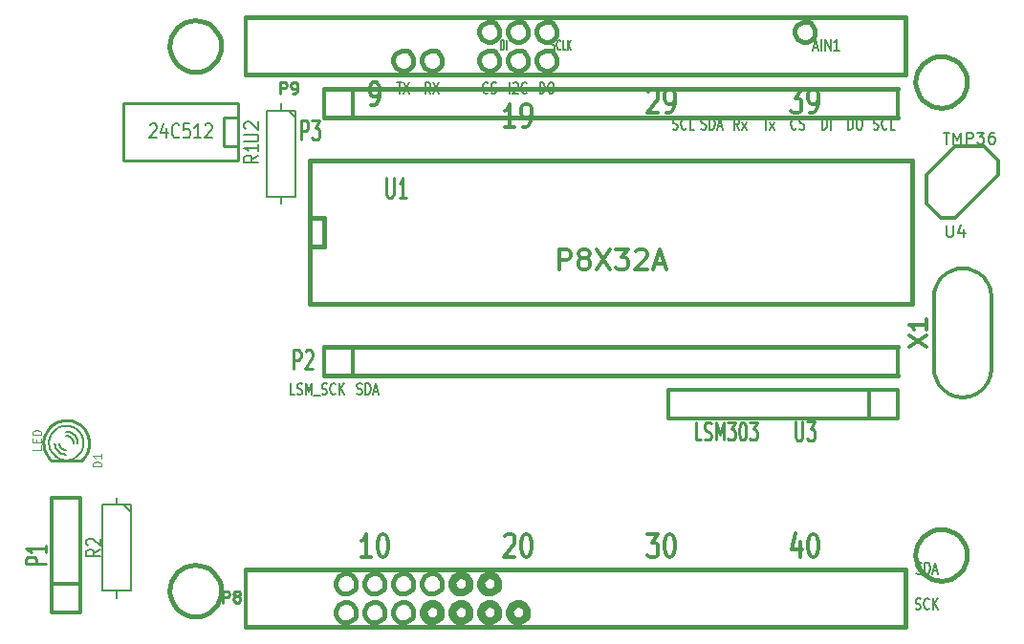
<source format=gto>
G04 (created by PCBNEW-RS274X (2011-05-25)-stable) date Sun 15 Sep 2013 09:34:25 PM EDT*
G01*
G70*
G90*
%MOIN*%
G04 Gerber Fmt 3.4, Leading zero omitted, Abs format*
%FSLAX34Y34*%
G04 APERTURE LIST*
%ADD10C,0.006000*%
%ADD11C,0.007500*%
%ADD12C,0.012000*%
%ADD13C,0.015000*%
%ADD14C,0.005000*%
%ADD15C,0.012500*%
%ADD16C,0.010000*%
%ADD17C,0.010700*%
%ADD18C,0.011300*%
%ADD19C,0.008000*%
%ADD20C,0.003500*%
G04 APERTURE END LIST*
G54D10*
G54D11*
X31386Y-33393D02*
X31429Y-33412D01*
X31500Y-33412D01*
X31529Y-33393D01*
X31543Y-33374D01*
X31558Y-33336D01*
X31558Y-33298D01*
X31543Y-33260D01*
X31529Y-33240D01*
X31500Y-33221D01*
X31443Y-33202D01*
X31415Y-33183D01*
X31400Y-33164D01*
X31386Y-33126D01*
X31386Y-33088D01*
X31400Y-33050D01*
X31415Y-33031D01*
X31443Y-33012D01*
X31515Y-33012D01*
X31558Y-33031D01*
X31686Y-33412D02*
X31686Y-33012D01*
X31758Y-33012D01*
X31801Y-33031D01*
X31829Y-33069D01*
X31844Y-33107D01*
X31858Y-33183D01*
X31858Y-33240D01*
X31844Y-33317D01*
X31829Y-33355D01*
X31801Y-33393D01*
X31758Y-33412D01*
X31686Y-33412D01*
X31972Y-33298D02*
X32115Y-33298D01*
X31944Y-33412D02*
X32044Y-33012D01*
X32144Y-33412D01*
X29221Y-33412D02*
X29078Y-33412D01*
X29078Y-33012D01*
X29307Y-33393D02*
X29350Y-33412D01*
X29421Y-33412D01*
X29450Y-33393D01*
X29464Y-33374D01*
X29479Y-33336D01*
X29479Y-33298D01*
X29464Y-33260D01*
X29450Y-33240D01*
X29421Y-33221D01*
X29364Y-33202D01*
X29336Y-33183D01*
X29321Y-33164D01*
X29307Y-33126D01*
X29307Y-33088D01*
X29321Y-33050D01*
X29336Y-33031D01*
X29364Y-33012D01*
X29436Y-33012D01*
X29479Y-33031D01*
X29607Y-33412D02*
X29607Y-33012D01*
X29707Y-33298D01*
X29807Y-33012D01*
X29807Y-33412D01*
X29879Y-33450D02*
X30108Y-33450D01*
X30165Y-33393D02*
X30208Y-33412D01*
X30279Y-33412D01*
X30308Y-33393D01*
X30322Y-33374D01*
X30337Y-33336D01*
X30337Y-33298D01*
X30322Y-33260D01*
X30308Y-33240D01*
X30279Y-33221D01*
X30222Y-33202D01*
X30194Y-33183D01*
X30179Y-33164D01*
X30165Y-33126D01*
X30165Y-33088D01*
X30179Y-33050D01*
X30194Y-33031D01*
X30222Y-33012D01*
X30294Y-33012D01*
X30337Y-33031D01*
X30637Y-33374D02*
X30623Y-33393D01*
X30580Y-33412D01*
X30551Y-33412D01*
X30508Y-33393D01*
X30480Y-33355D01*
X30465Y-33317D01*
X30451Y-33240D01*
X30451Y-33183D01*
X30465Y-33107D01*
X30480Y-33069D01*
X30508Y-33031D01*
X30551Y-33012D01*
X30580Y-33012D01*
X30623Y-33031D01*
X30637Y-33050D01*
X30765Y-33412D02*
X30765Y-33012D01*
X30937Y-33412D02*
X30808Y-33183D01*
X30937Y-33012D02*
X30765Y-33240D01*
X49393Y-24143D02*
X49436Y-24162D01*
X49507Y-24162D01*
X49536Y-24143D01*
X49550Y-24124D01*
X49565Y-24086D01*
X49565Y-24048D01*
X49550Y-24010D01*
X49536Y-23990D01*
X49507Y-23971D01*
X49450Y-23952D01*
X49422Y-23933D01*
X49407Y-23914D01*
X49393Y-23876D01*
X49393Y-23838D01*
X49407Y-23800D01*
X49422Y-23781D01*
X49450Y-23762D01*
X49522Y-23762D01*
X49565Y-23781D01*
X49865Y-24124D02*
X49851Y-24143D01*
X49808Y-24162D01*
X49779Y-24162D01*
X49736Y-24143D01*
X49708Y-24105D01*
X49693Y-24067D01*
X49679Y-23990D01*
X49679Y-23933D01*
X49693Y-23857D01*
X49708Y-23819D01*
X49736Y-23781D01*
X49779Y-23762D01*
X49808Y-23762D01*
X49851Y-23781D01*
X49865Y-23800D01*
X50136Y-24162D02*
X49993Y-24162D01*
X49993Y-23762D01*
X48514Y-24162D02*
X48514Y-23762D01*
X48586Y-23762D01*
X48629Y-23781D01*
X48657Y-23819D01*
X48672Y-23857D01*
X48686Y-23933D01*
X48686Y-23990D01*
X48672Y-24067D01*
X48657Y-24105D01*
X48629Y-24143D01*
X48586Y-24162D01*
X48514Y-24162D01*
X48872Y-23762D02*
X48929Y-23762D01*
X48957Y-23781D01*
X48986Y-23819D01*
X49000Y-23895D01*
X49000Y-24029D01*
X48986Y-24105D01*
X48957Y-24143D01*
X48929Y-24162D01*
X48872Y-24162D01*
X48843Y-24143D01*
X48814Y-24105D01*
X48800Y-24029D01*
X48800Y-23895D01*
X48814Y-23819D01*
X48843Y-23781D01*
X48872Y-23762D01*
X47600Y-24162D02*
X47600Y-23762D01*
X47672Y-23762D01*
X47715Y-23781D01*
X47743Y-23819D01*
X47758Y-23857D01*
X47772Y-23933D01*
X47772Y-23990D01*
X47758Y-24067D01*
X47743Y-24105D01*
X47715Y-24143D01*
X47672Y-24162D01*
X47600Y-24162D01*
X47900Y-24162D02*
X47900Y-23762D01*
X46700Y-24124D02*
X46686Y-24143D01*
X46643Y-24162D01*
X46614Y-24162D01*
X46571Y-24143D01*
X46543Y-24105D01*
X46528Y-24067D01*
X46514Y-23990D01*
X46514Y-23933D01*
X46528Y-23857D01*
X46543Y-23819D01*
X46571Y-23781D01*
X46614Y-23762D01*
X46643Y-23762D01*
X46686Y-23781D01*
X46700Y-23800D01*
X46814Y-24143D02*
X46857Y-24162D01*
X46928Y-24162D01*
X46957Y-24143D01*
X46971Y-24124D01*
X46986Y-24086D01*
X46986Y-24048D01*
X46971Y-24010D01*
X46957Y-23990D01*
X46928Y-23971D01*
X46871Y-23952D01*
X46843Y-23933D01*
X46828Y-23914D01*
X46814Y-23876D01*
X46814Y-23838D01*
X46828Y-23800D01*
X46843Y-23781D01*
X46871Y-23762D01*
X46943Y-23762D01*
X46986Y-23781D01*
X43386Y-24143D02*
X43429Y-24162D01*
X43500Y-24162D01*
X43529Y-24143D01*
X43543Y-24124D01*
X43558Y-24086D01*
X43558Y-24048D01*
X43543Y-24010D01*
X43529Y-23990D01*
X43500Y-23971D01*
X43443Y-23952D01*
X43415Y-23933D01*
X43400Y-23914D01*
X43386Y-23876D01*
X43386Y-23838D01*
X43400Y-23800D01*
X43415Y-23781D01*
X43443Y-23762D01*
X43515Y-23762D01*
X43558Y-23781D01*
X43686Y-24162D02*
X43686Y-23762D01*
X43758Y-23762D01*
X43801Y-23781D01*
X43829Y-23819D01*
X43844Y-23857D01*
X43858Y-23933D01*
X43858Y-23990D01*
X43844Y-24067D01*
X43829Y-24105D01*
X43801Y-24143D01*
X43758Y-24162D01*
X43686Y-24162D01*
X43972Y-24048D02*
X44115Y-24048D01*
X43944Y-24162D02*
X44044Y-23762D01*
X44144Y-24162D01*
X42393Y-24143D02*
X42436Y-24162D01*
X42507Y-24162D01*
X42536Y-24143D01*
X42550Y-24124D01*
X42565Y-24086D01*
X42565Y-24048D01*
X42550Y-24010D01*
X42536Y-23990D01*
X42507Y-23971D01*
X42450Y-23952D01*
X42422Y-23933D01*
X42407Y-23914D01*
X42393Y-23876D01*
X42393Y-23838D01*
X42407Y-23800D01*
X42422Y-23781D01*
X42450Y-23762D01*
X42522Y-23762D01*
X42565Y-23781D01*
X42865Y-24124D02*
X42851Y-24143D01*
X42808Y-24162D01*
X42779Y-24162D01*
X42736Y-24143D01*
X42708Y-24105D01*
X42693Y-24067D01*
X42679Y-23990D01*
X42679Y-23933D01*
X42693Y-23857D01*
X42708Y-23819D01*
X42736Y-23781D01*
X42779Y-23762D01*
X42808Y-23762D01*
X42851Y-23781D01*
X42865Y-23800D01*
X43136Y-24162D02*
X42993Y-24162D01*
X42993Y-23762D01*
X45543Y-23762D02*
X45714Y-23762D01*
X45628Y-24162D02*
X45628Y-23762D01*
X45786Y-24162D02*
X45943Y-23895D01*
X45786Y-23895D02*
X45943Y-24162D01*
X44722Y-24162D02*
X44622Y-23971D01*
X44550Y-24162D02*
X44550Y-23762D01*
X44665Y-23762D01*
X44693Y-23781D01*
X44708Y-23800D01*
X44722Y-23838D01*
X44722Y-23895D01*
X44708Y-23933D01*
X44693Y-23952D01*
X44665Y-23971D01*
X44550Y-23971D01*
X44822Y-24162D02*
X44979Y-23895D01*
X44822Y-23895D02*
X44979Y-24162D01*
G54D12*
X46515Y-22774D02*
X46886Y-22774D01*
X46686Y-23079D01*
X46772Y-23079D01*
X46829Y-23117D01*
X46858Y-23155D01*
X46886Y-23231D01*
X46886Y-23421D01*
X46858Y-23498D01*
X46829Y-23536D01*
X46772Y-23574D01*
X46600Y-23574D01*
X46543Y-23536D01*
X46515Y-23498D01*
X47171Y-23574D02*
X47286Y-23574D01*
X47343Y-23536D01*
X47371Y-23498D01*
X47429Y-23383D01*
X47457Y-23231D01*
X47457Y-22926D01*
X47429Y-22850D01*
X47400Y-22812D01*
X47343Y-22774D01*
X47229Y-22774D01*
X47171Y-22812D01*
X47143Y-22850D01*
X47114Y-22926D01*
X47114Y-23117D01*
X47143Y-23193D01*
X47171Y-23231D01*
X47229Y-23269D01*
X47343Y-23269D01*
X47400Y-23231D01*
X47429Y-23193D01*
X47457Y-23117D01*
X41543Y-22850D02*
X41572Y-22812D01*
X41629Y-22774D01*
X41772Y-22774D01*
X41829Y-22812D01*
X41858Y-22850D01*
X41886Y-22926D01*
X41886Y-23002D01*
X41858Y-23117D01*
X41515Y-23574D01*
X41886Y-23574D01*
X42171Y-23574D02*
X42286Y-23574D01*
X42343Y-23536D01*
X42371Y-23498D01*
X42429Y-23383D01*
X42457Y-23231D01*
X42457Y-22926D01*
X42429Y-22850D01*
X42400Y-22812D01*
X42343Y-22774D01*
X42229Y-22774D01*
X42171Y-22812D01*
X42143Y-22850D01*
X42114Y-22926D01*
X42114Y-23117D01*
X42143Y-23193D01*
X42171Y-23231D01*
X42229Y-23269D01*
X42343Y-23269D01*
X42400Y-23231D01*
X42429Y-23193D01*
X42457Y-23117D01*
X36886Y-24074D02*
X36543Y-24074D01*
X36715Y-24074D02*
X36715Y-23274D01*
X36658Y-23388D01*
X36600Y-23464D01*
X36543Y-23502D01*
X37171Y-24074D02*
X37286Y-24074D01*
X37343Y-24036D01*
X37371Y-23998D01*
X37429Y-23883D01*
X37457Y-23731D01*
X37457Y-23426D01*
X37429Y-23350D01*
X37400Y-23312D01*
X37343Y-23274D01*
X37229Y-23274D01*
X37171Y-23312D01*
X37143Y-23350D01*
X37114Y-23426D01*
X37114Y-23617D01*
X37143Y-23693D01*
X37171Y-23731D01*
X37229Y-23769D01*
X37343Y-23769D01*
X37400Y-23731D01*
X37429Y-23693D01*
X37457Y-23617D01*
X31886Y-23324D02*
X32001Y-23324D01*
X32058Y-23286D01*
X32086Y-23248D01*
X32144Y-23133D01*
X32172Y-22981D01*
X32172Y-22676D01*
X32144Y-22600D01*
X32115Y-22562D01*
X32058Y-22524D01*
X31944Y-22524D01*
X31886Y-22562D01*
X31858Y-22600D01*
X31829Y-22676D01*
X31829Y-22867D01*
X31858Y-22943D01*
X31886Y-22981D01*
X31944Y-23019D01*
X32058Y-23019D01*
X32115Y-22981D01*
X32144Y-22943D01*
X32172Y-22867D01*
G54D11*
X50886Y-39643D02*
X50929Y-39662D01*
X51000Y-39662D01*
X51029Y-39643D01*
X51043Y-39624D01*
X51058Y-39586D01*
X51058Y-39548D01*
X51043Y-39510D01*
X51029Y-39490D01*
X51000Y-39471D01*
X50943Y-39452D01*
X50915Y-39433D01*
X50900Y-39414D01*
X50886Y-39376D01*
X50886Y-39338D01*
X50900Y-39300D01*
X50915Y-39281D01*
X50943Y-39262D01*
X51015Y-39262D01*
X51058Y-39281D01*
X51186Y-39662D02*
X51186Y-39262D01*
X51258Y-39262D01*
X51301Y-39281D01*
X51329Y-39319D01*
X51344Y-39357D01*
X51358Y-39433D01*
X51358Y-39490D01*
X51344Y-39567D01*
X51329Y-39605D01*
X51301Y-39643D01*
X51258Y-39662D01*
X51186Y-39662D01*
X51472Y-39548D02*
X51615Y-39548D01*
X51444Y-39662D02*
X51544Y-39262D01*
X51644Y-39662D01*
X50864Y-40893D02*
X50907Y-40912D01*
X50978Y-40912D01*
X51007Y-40893D01*
X51021Y-40874D01*
X51036Y-40836D01*
X51036Y-40798D01*
X51021Y-40760D01*
X51007Y-40740D01*
X50978Y-40721D01*
X50921Y-40702D01*
X50893Y-40683D01*
X50878Y-40664D01*
X50864Y-40626D01*
X50864Y-40588D01*
X50878Y-40550D01*
X50893Y-40531D01*
X50921Y-40512D01*
X50993Y-40512D01*
X51036Y-40531D01*
X51336Y-40874D02*
X51322Y-40893D01*
X51279Y-40912D01*
X51250Y-40912D01*
X51207Y-40893D01*
X51179Y-40855D01*
X51164Y-40817D01*
X51150Y-40740D01*
X51150Y-40683D01*
X51164Y-40607D01*
X51179Y-40569D01*
X51207Y-40531D01*
X51250Y-40512D01*
X51279Y-40512D01*
X51322Y-40531D01*
X51336Y-40550D01*
X51464Y-40912D02*
X51464Y-40512D01*
X51636Y-40912D02*
X51507Y-40683D01*
X51636Y-40512D02*
X51464Y-40740D01*
G54D12*
X46829Y-38540D02*
X46829Y-39074D01*
X46686Y-38236D02*
X46543Y-38807D01*
X46915Y-38807D01*
X47257Y-38274D02*
X47314Y-38274D01*
X47371Y-38312D01*
X47400Y-38350D01*
X47429Y-38426D01*
X47457Y-38579D01*
X47457Y-38769D01*
X47429Y-38921D01*
X47400Y-38998D01*
X47371Y-39036D01*
X47314Y-39074D01*
X47257Y-39074D01*
X47200Y-39036D01*
X47171Y-38998D01*
X47143Y-38921D01*
X47114Y-38769D01*
X47114Y-38579D01*
X47143Y-38426D01*
X47171Y-38350D01*
X47200Y-38312D01*
X47257Y-38274D01*
X41515Y-38274D02*
X41886Y-38274D01*
X41686Y-38579D01*
X41772Y-38579D01*
X41829Y-38617D01*
X41858Y-38655D01*
X41886Y-38731D01*
X41886Y-38921D01*
X41858Y-38998D01*
X41829Y-39036D01*
X41772Y-39074D01*
X41600Y-39074D01*
X41543Y-39036D01*
X41515Y-38998D01*
X42257Y-38274D02*
X42314Y-38274D01*
X42371Y-38312D01*
X42400Y-38350D01*
X42429Y-38426D01*
X42457Y-38579D01*
X42457Y-38769D01*
X42429Y-38921D01*
X42400Y-38998D01*
X42371Y-39036D01*
X42314Y-39074D01*
X42257Y-39074D01*
X42200Y-39036D01*
X42171Y-38998D01*
X42143Y-38921D01*
X42114Y-38769D01*
X42114Y-38579D01*
X42143Y-38426D01*
X42171Y-38350D01*
X42200Y-38312D01*
X42257Y-38274D01*
X36543Y-38350D02*
X36572Y-38312D01*
X36629Y-38274D01*
X36772Y-38274D01*
X36829Y-38312D01*
X36858Y-38350D01*
X36886Y-38426D01*
X36886Y-38502D01*
X36858Y-38617D01*
X36515Y-39074D01*
X36886Y-39074D01*
X37257Y-38274D02*
X37314Y-38274D01*
X37371Y-38312D01*
X37400Y-38350D01*
X37429Y-38426D01*
X37457Y-38579D01*
X37457Y-38769D01*
X37429Y-38921D01*
X37400Y-38998D01*
X37371Y-39036D01*
X37314Y-39074D01*
X37257Y-39074D01*
X37200Y-39036D01*
X37171Y-38998D01*
X37143Y-38921D01*
X37114Y-38769D01*
X37114Y-38579D01*
X37143Y-38426D01*
X37171Y-38350D01*
X37200Y-38312D01*
X37257Y-38274D01*
X31886Y-39074D02*
X31543Y-39074D01*
X31715Y-39074D02*
X31715Y-38274D01*
X31658Y-38388D01*
X31600Y-38464D01*
X31543Y-38502D01*
X32257Y-38274D02*
X32314Y-38274D01*
X32371Y-38312D01*
X32400Y-38350D01*
X32429Y-38426D01*
X32457Y-38579D01*
X32457Y-38769D01*
X32429Y-38921D01*
X32400Y-38998D01*
X32371Y-39036D01*
X32314Y-39074D01*
X32257Y-39074D01*
X32200Y-39036D01*
X32171Y-38998D01*
X32143Y-38921D01*
X32114Y-38769D01*
X32114Y-38579D01*
X32143Y-38426D01*
X32171Y-38350D01*
X32200Y-38312D01*
X32257Y-38274D01*
G54D11*
X47307Y-21298D02*
X47450Y-21298D01*
X47279Y-21412D02*
X47379Y-21012D01*
X47479Y-21412D01*
X47578Y-21412D02*
X47578Y-21012D01*
X47721Y-21412D02*
X47721Y-21012D01*
X47893Y-21412D01*
X47893Y-21012D01*
X48193Y-21412D02*
X48021Y-21412D01*
X48107Y-21412D02*
X48107Y-21012D01*
X48078Y-21069D01*
X48050Y-21107D01*
X48021Y-21126D01*
G54D13*
X47353Y-20750D02*
X47346Y-20818D01*
X47326Y-20884D01*
X47294Y-20945D01*
X47250Y-20998D01*
X47197Y-21042D01*
X47136Y-21075D01*
X47070Y-21095D01*
X47002Y-21102D01*
X46934Y-21096D01*
X46868Y-21077D01*
X46807Y-21045D01*
X46754Y-21002D01*
X46709Y-20949D01*
X46676Y-20889D01*
X46655Y-20823D01*
X46648Y-20754D01*
X46653Y-20687D01*
X46672Y-20621D01*
X46704Y-20559D01*
X46747Y-20505D01*
X46799Y-20461D01*
X46859Y-20427D01*
X46925Y-20406D01*
X46993Y-20398D01*
X47061Y-20403D01*
X47127Y-20421D01*
X47189Y-20452D01*
X47243Y-20495D01*
X47288Y-20547D01*
X47322Y-20607D01*
X47344Y-20672D01*
X47352Y-20741D01*
X47353Y-20750D01*
X36353Y-20750D02*
X36346Y-20818D01*
X36326Y-20884D01*
X36294Y-20945D01*
X36250Y-20998D01*
X36197Y-21042D01*
X36136Y-21075D01*
X36070Y-21095D01*
X36002Y-21102D01*
X35934Y-21096D01*
X35868Y-21077D01*
X35807Y-21045D01*
X35754Y-21002D01*
X35709Y-20949D01*
X35676Y-20889D01*
X35655Y-20823D01*
X35648Y-20754D01*
X35653Y-20687D01*
X35672Y-20621D01*
X35704Y-20559D01*
X35747Y-20505D01*
X35799Y-20461D01*
X35859Y-20427D01*
X35925Y-20406D01*
X35993Y-20398D01*
X36061Y-20403D01*
X36127Y-20421D01*
X36189Y-20452D01*
X36243Y-20495D01*
X36288Y-20547D01*
X36322Y-20607D01*
X36344Y-20672D01*
X36352Y-20741D01*
X36353Y-20750D01*
X37353Y-20750D02*
X37346Y-20818D01*
X37326Y-20884D01*
X37294Y-20945D01*
X37250Y-20998D01*
X37197Y-21042D01*
X37136Y-21075D01*
X37070Y-21095D01*
X37002Y-21102D01*
X36934Y-21096D01*
X36868Y-21077D01*
X36807Y-21045D01*
X36754Y-21002D01*
X36709Y-20949D01*
X36676Y-20889D01*
X36655Y-20823D01*
X36648Y-20754D01*
X36653Y-20687D01*
X36672Y-20621D01*
X36704Y-20559D01*
X36747Y-20505D01*
X36799Y-20461D01*
X36859Y-20427D01*
X36925Y-20406D01*
X36993Y-20398D01*
X37061Y-20403D01*
X37127Y-20421D01*
X37189Y-20452D01*
X37243Y-20495D01*
X37288Y-20547D01*
X37322Y-20607D01*
X37344Y-20672D01*
X37352Y-20741D01*
X37353Y-20750D01*
X38353Y-21750D02*
X38346Y-21818D01*
X38326Y-21884D01*
X38294Y-21945D01*
X38250Y-21998D01*
X38197Y-22042D01*
X38136Y-22075D01*
X38070Y-22095D01*
X38002Y-22102D01*
X37934Y-22096D01*
X37868Y-22077D01*
X37807Y-22045D01*
X37754Y-22002D01*
X37709Y-21949D01*
X37676Y-21889D01*
X37655Y-21823D01*
X37648Y-21754D01*
X37653Y-21687D01*
X37672Y-21621D01*
X37704Y-21559D01*
X37747Y-21505D01*
X37799Y-21461D01*
X37859Y-21427D01*
X37925Y-21406D01*
X37993Y-21398D01*
X38061Y-21403D01*
X38127Y-21421D01*
X38189Y-21452D01*
X38243Y-21495D01*
X38288Y-21547D01*
X38322Y-21607D01*
X38344Y-21672D01*
X38352Y-21741D01*
X38353Y-21750D01*
X38353Y-20750D02*
X38346Y-20818D01*
X38326Y-20884D01*
X38294Y-20945D01*
X38250Y-20998D01*
X38197Y-21042D01*
X38136Y-21075D01*
X38070Y-21095D01*
X38002Y-21102D01*
X37934Y-21096D01*
X37868Y-21077D01*
X37807Y-21045D01*
X37754Y-21002D01*
X37709Y-20949D01*
X37676Y-20889D01*
X37655Y-20823D01*
X37648Y-20754D01*
X37653Y-20687D01*
X37672Y-20621D01*
X37704Y-20559D01*
X37747Y-20505D01*
X37799Y-20461D01*
X37859Y-20427D01*
X37925Y-20406D01*
X37993Y-20398D01*
X38061Y-20403D01*
X38127Y-20421D01*
X38189Y-20452D01*
X38243Y-20495D01*
X38288Y-20547D01*
X38322Y-20607D01*
X38344Y-20672D01*
X38352Y-20741D01*
X38353Y-20750D01*
X37353Y-21750D02*
X37346Y-21818D01*
X37326Y-21884D01*
X37294Y-21945D01*
X37250Y-21998D01*
X37197Y-22042D01*
X37136Y-22075D01*
X37070Y-22095D01*
X37002Y-22102D01*
X36934Y-22096D01*
X36868Y-22077D01*
X36807Y-22045D01*
X36754Y-22002D01*
X36709Y-21949D01*
X36676Y-21889D01*
X36655Y-21823D01*
X36648Y-21754D01*
X36653Y-21687D01*
X36672Y-21621D01*
X36704Y-21559D01*
X36747Y-21505D01*
X36799Y-21461D01*
X36859Y-21427D01*
X36925Y-21406D01*
X36993Y-21398D01*
X37061Y-21403D01*
X37127Y-21421D01*
X37189Y-21452D01*
X37243Y-21495D01*
X37288Y-21547D01*
X37322Y-21607D01*
X37344Y-21672D01*
X37352Y-21741D01*
X37353Y-21750D01*
X36353Y-21750D02*
X36346Y-21818D01*
X36326Y-21884D01*
X36294Y-21945D01*
X36250Y-21998D01*
X36197Y-22042D01*
X36136Y-22075D01*
X36070Y-22095D01*
X36002Y-22102D01*
X35934Y-22096D01*
X35868Y-22077D01*
X35807Y-22045D01*
X35754Y-22002D01*
X35709Y-21949D01*
X35676Y-21889D01*
X35655Y-21823D01*
X35648Y-21754D01*
X35653Y-21687D01*
X35672Y-21621D01*
X35704Y-21559D01*
X35747Y-21505D01*
X35799Y-21461D01*
X35859Y-21427D01*
X35925Y-21406D01*
X35993Y-21398D01*
X36061Y-21403D01*
X36127Y-21421D01*
X36189Y-21452D01*
X36243Y-21495D01*
X36288Y-21547D01*
X36322Y-21607D01*
X36344Y-21672D01*
X36352Y-21741D01*
X36353Y-21750D01*
X34353Y-21750D02*
X34346Y-21818D01*
X34326Y-21884D01*
X34294Y-21945D01*
X34250Y-21998D01*
X34197Y-22042D01*
X34136Y-22075D01*
X34070Y-22095D01*
X34002Y-22102D01*
X33934Y-22096D01*
X33868Y-22077D01*
X33807Y-22045D01*
X33754Y-22002D01*
X33709Y-21949D01*
X33676Y-21889D01*
X33655Y-21823D01*
X33648Y-21754D01*
X33653Y-21687D01*
X33672Y-21621D01*
X33704Y-21559D01*
X33747Y-21505D01*
X33799Y-21461D01*
X33859Y-21427D01*
X33925Y-21406D01*
X33993Y-21398D01*
X34061Y-21403D01*
X34127Y-21421D01*
X34189Y-21452D01*
X34243Y-21495D01*
X34288Y-21547D01*
X34322Y-21607D01*
X34344Y-21672D01*
X34352Y-21741D01*
X34353Y-21750D01*
X33353Y-21750D02*
X33346Y-21818D01*
X33326Y-21884D01*
X33294Y-21945D01*
X33250Y-21998D01*
X33197Y-22042D01*
X33136Y-22075D01*
X33070Y-22095D01*
X33002Y-22102D01*
X32934Y-22096D01*
X32868Y-22077D01*
X32807Y-22045D01*
X32754Y-22002D01*
X32709Y-21949D01*
X32676Y-21889D01*
X32655Y-21823D01*
X32648Y-21754D01*
X32653Y-21687D01*
X32672Y-21621D01*
X32704Y-21559D01*
X32747Y-21505D01*
X32799Y-21461D01*
X32859Y-21427D01*
X32925Y-21406D01*
X32993Y-21398D01*
X33061Y-21403D01*
X33127Y-21421D01*
X33189Y-21452D01*
X33243Y-21495D01*
X33288Y-21547D01*
X33322Y-21607D01*
X33344Y-21672D01*
X33352Y-21741D01*
X33353Y-21750D01*
X37353Y-41000D02*
X37346Y-41068D01*
X37326Y-41134D01*
X37294Y-41195D01*
X37250Y-41248D01*
X37197Y-41292D01*
X37136Y-41325D01*
X37070Y-41345D01*
X37002Y-41352D01*
X36934Y-41346D01*
X36868Y-41327D01*
X36807Y-41295D01*
X36754Y-41252D01*
X36709Y-41199D01*
X36676Y-41139D01*
X36655Y-41073D01*
X36648Y-41004D01*
X36653Y-40937D01*
X36672Y-40871D01*
X36704Y-40809D01*
X36747Y-40755D01*
X36799Y-40711D01*
X36859Y-40677D01*
X36925Y-40656D01*
X36993Y-40648D01*
X37061Y-40653D01*
X37127Y-40671D01*
X37189Y-40702D01*
X37243Y-40745D01*
X37288Y-40797D01*
X37322Y-40857D01*
X37344Y-40922D01*
X37352Y-40991D01*
X37353Y-41000D01*
X36353Y-41000D02*
X36346Y-41068D01*
X36326Y-41134D01*
X36294Y-41195D01*
X36250Y-41248D01*
X36197Y-41292D01*
X36136Y-41325D01*
X36070Y-41345D01*
X36002Y-41352D01*
X35934Y-41346D01*
X35868Y-41327D01*
X35807Y-41295D01*
X35754Y-41252D01*
X35709Y-41199D01*
X35676Y-41139D01*
X35655Y-41073D01*
X35648Y-41004D01*
X35653Y-40937D01*
X35672Y-40871D01*
X35704Y-40809D01*
X35747Y-40755D01*
X35799Y-40711D01*
X35859Y-40677D01*
X35925Y-40656D01*
X35993Y-40648D01*
X36061Y-40653D01*
X36127Y-40671D01*
X36189Y-40702D01*
X36243Y-40745D01*
X36288Y-40797D01*
X36322Y-40857D01*
X36344Y-40922D01*
X36352Y-40991D01*
X36353Y-41000D01*
X36353Y-40000D02*
X36346Y-40068D01*
X36326Y-40134D01*
X36294Y-40195D01*
X36250Y-40248D01*
X36197Y-40292D01*
X36136Y-40325D01*
X36070Y-40345D01*
X36002Y-40352D01*
X35934Y-40346D01*
X35868Y-40327D01*
X35807Y-40295D01*
X35754Y-40252D01*
X35709Y-40199D01*
X35676Y-40139D01*
X35655Y-40073D01*
X35648Y-40004D01*
X35653Y-39937D01*
X35672Y-39871D01*
X35704Y-39809D01*
X35747Y-39755D01*
X35799Y-39711D01*
X35859Y-39677D01*
X35925Y-39656D01*
X35993Y-39648D01*
X36061Y-39653D01*
X36127Y-39671D01*
X36189Y-39702D01*
X36243Y-39745D01*
X36288Y-39797D01*
X36322Y-39857D01*
X36344Y-39922D01*
X36352Y-39991D01*
X36353Y-40000D01*
X35353Y-41000D02*
X35346Y-41068D01*
X35326Y-41134D01*
X35294Y-41195D01*
X35250Y-41248D01*
X35197Y-41292D01*
X35136Y-41325D01*
X35070Y-41345D01*
X35002Y-41352D01*
X34934Y-41346D01*
X34868Y-41327D01*
X34807Y-41295D01*
X34754Y-41252D01*
X34709Y-41199D01*
X34676Y-41139D01*
X34655Y-41073D01*
X34648Y-41004D01*
X34653Y-40937D01*
X34672Y-40871D01*
X34704Y-40809D01*
X34747Y-40755D01*
X34799Y-40711D01*
X34859Y-40677D01*
X34925Y-40656D01*
X34993Y-40648D01*
X35061Y-40653D01*
X35127Y-40671D01*
X35189Y-40702D01*
X35243Y-40745D01*
X35288Y-40797D01*
X35322Y-40857D01*
X35344Y-40922D01*
X35352Y-40991D01*
X35353Y-41000D01*
X35353Y-40000D02*
X35346Y-40068D01*
X35326Y-40134D01*
X35294Y-40195D01*
X35250Y-40248D01*
X35197Y-40292D01*
X35136Y-40325D01*
X35070Y-40345D01*
X35002Y-40352D01*
X34934Y-40346D01*
X34868Y-40327D01*
X34807Y-40295D01*
X34754Y-40252D01*
X34709Y-40199D01*
X34676Y-40139D01*
X34655Y-40073D01*
X34648Y-40004D01*
X34653Y-39937D01*
X34672Y-39871D01*
X34704Y-39809D01*
X34747Y-39755D01*
X34799Y-39711D01*
X34859Y-39677D01*
X34925Y-39656D01*
X34993Y-39648D01*
X35061Y-39653D01*
X35127Y-39671D01*
X35189Y-39702D01*
X35243Y-39745D01*
X35288Y-39797D01*
X35322Y-39857D01*
X35344Y-39922D01*
X35352Y-39991D01*
X35353Y-40000D01*
X34353Y-41000D02*
X34346Y-41068D01*
X34326Y-41134D01*
X34294Y-41195D01*
X34250Y-41248D01*
X34197Y-41292D01*
X34136Y-41325D01*
X34070Y-41345D01*
X34002Y-41352D01*
X33934Y-41346D01*
X33868Y-41327D01*
X33807Y-41295D01*
X33754Y-41252D01*
X33709Y-41199D01*
X33676Y-41139D01*
X33655Y-41073D01*
X33648Y-41004D01*
X33653Y-40937D01*
X33672Y-40871D01*
X33704Y-40809D01*
X33747Y-40755D01*
X33799Y-40711D01*
X33859Y-40677D01*
X33925Y-40656D01*
X33993Y-40648D01*
X34061Y-40653D01*
X34127Y-40671D01*
X34189Y-40702D01*
X34243Y-40745D01*
X34288Y-40797D01*
X34322Y-40857D01*
X34344Y-40922D01*
X34352Y-40991D01*
X34353Y-41000D01*
X37250Y-41000D02*
X37245Y-41048D01*
X37231Y-41095D01*
X37208Y-41138D01*
X37177Y-41176D01*
X37139Y-41207D01*
X37096Y-41230D01*
X37050Y-41244D01*
X37001Y-41249D01*
X36954Y-41245D01*
X36907Y-41231D01*
X36864Y-41209D01*
X36826Y-41178D01*
X36794Y-41141D01*
X36771Y-41098D01*
X36756Y-41051D01*
X36751Y-41003D01*
X36755Y-40955D01*
X36768Y-40908D01*
X36790Y-40865D01*
X36821Y-40827D01*
X36858Y-40795D01*
X36900Y-40771D01*
X36947Y-40756D01*
X36995Y-40751D01*
X37043Y-40754D01*
X37090Y-40767D01*
X37133Y-40789D01*
X37172Y-40819D01*
X37204Y-40856D01*
X37228Y-40899D01*
X37243Y-40945D01*
X37249Y-40994D01*
X37250Y-41000D01*
X36250Y-41000D02*
X36245Y-41048D01*
X36231Y-41095D01*
X36208Y-41138D01*
X36177Y-41176D01*
X36139Y-41207D01*
X36096Y-41230D01*
X36050Y-41244D01*
X36001Y-41249D01*
X35954Y-41245D01*
X35907Y-41231D01*
X35864Y-41209D01*
X35826Y-41178D01*
X35794Y-41141D01*
X35771Y-41098D01*
X35756Y-41051D01*
X35751Y-41003D01*
X35755Y-40955D01*
X35768Y-40908D01*
X35790Y-40865D01*
X35821Y-40827D01*
X35858Y-40795D01*
X35900Y-40771D01*
X35947Y-40756D01*
X35995Y-40751D01*
X36043Y-40754D01*
X36090Y-40767D01*
X36133Y-40789D01*
X36172Y-40819D01*
X36204Y-40856D01*
X36228Y-40899D01*
X36243Y-40945D01*
X36249Y-40994D01*
X36250Y-41000D01*
X36250Y-40000D02*
X36245Y-40048D01*
X36231Y-40095D01*
X36208Y-40138D01*
X36177Y-40176D01*
X36139Y-40207D01*
X36096Y-40230D01*
X36050Y-40244D01*
X36001Y-40249D01*
X35954Y-40245D01*
X35907Y-40231D01*
X35864Y-40209D01*
X35826Y-40178D01*
X35794Y-40141D01*
X35771Y-40098D01*
X35756Y-40051D01*
X35751Y-40003D01*
X35755Y-39955D01*
X35768Y-39908D01*
X35790Y-39865D01*
X35821Y-39827D01*
X35858Y-39795D01*
X35900Y-39771D01*
X35947Y-39756D01*
X35995Y-39751D01*
X36043Y-39754D01*
X36090Y-39767D01*
X36133Y-39789D01*
X36172Y-39819D01*
X36204Y-39856D01*
X36228Y-39899D01*
X36243Y-39945D01*
X36249Y-39994D01*
X36250Y-40000D01*
X35250Y-41000D02*
X35245Y-41048D01*
X35231Y-41095D01*
X35208Y-41138D01*
X35177Y-41176D01*
X35139Y-41207D01*
X35096Y-41230D01*
X35050Y-41244D01*
X35001Y-41249D01*
X34954Y-41245D01*
X34907Y-41231D01*
X34864Y-41209D01*
X34826Y-41178D01*
X34794Y-41141D01*
X34771Y-41098D01*
X34756Y-41051D01*
X34751Y-41003D01*
X34755Y-40955D01*
X34768Y-40908D01*
X34790Y-40865D01*
X34821Y-40827D01*
X34858Y-40795D01*
X34900Y-40771D01*
X34947Y-40756D01*
X34995Y-40751D01*
X35043Y-40754D01*
X35090Y-40767D01*
X35133Y-40789D01*
X35172Y-40819D01*
X35204Y-40856D01*
X35228Y-40899D01*
X35243Y-40945D01*
X35249Y-40994D01*
X35250Y-41000D01*
X35250Y-40000D02*
X35245Y-40048D01*
X35231Y-40095D01*
X35208Y-40138D01*
X35177Y-40176D01*
X35139Y-40207D01*
X35096Y-40230D01*
X35050Y-40244D01*
X35001Y-40249D01*
X34954Y-40245D01*
X34907Y-40231D01*
X34864Y-40209D01*
X34826Y-40178D01*
X34794Y-40141D01*
X34771Y-40098D01*
X34756Y-40051D01*
X34751Y-40003D01*
X34755Y-39955D01*
X34768Y-39908D01*
X34790Y-39865D01*
X34821Y-39827D01*
X34858Y-39795D01*
X34900Y-39771D01*
X34947Y-39756D01*
X34995Y-39751D01*
X35043Y-39754D01*
X35090Y-39767D01*
X35133Y-39789D01*
X35172Y-39819D01*
X35204Y-39856D01*
X35228Y-39899D01*
X35243Y-39945D01*
X35249Y-39994D01*
X35250Y-40000D01*
X34250Y-41000D02*
X34245Y-41048D01*
X34231Y-41095D01*
X34208Y-41138D01*
X34177Y-41176D01*
X34139Y-41207D01*
X34096Y-41230D01*
X34050Y-41244D01*
X34001Y-41249D01*
X33954Y-41245D01*
X33907Y-41231D01*
X33864Y-41209D01*
X33826Y-41178D01*
X33794Y-41141D01*
X33771Y-41098D01*
X33756Y-41051D01*
X33751Y-41003D01*
X33755Y-40955D01*
X33768Y-40908D01*
X33790Y-40865D01*
X33821Y-40827D01*
X33858Y-40795D01*
X33900Y-40771D01*
X33947Y-40756D01*
X33995Y-40751D01*
X34043Y-40754D01*
X34090Y-40767D01*
X34133Y-40789D01*
X34172Y-40819D01*
X34204Y-40856D01*
X34228Y-40899D01*
X34243Y-40945D01*
X34249Y-40994D01*
X34250Y-41000D01*
X34353Y-40000D02*
X34346Y-40068D01*
X34326Y-40134D01*
X34294Y-40195D01*
X34250Y-40248D01*
X34197Y-40292D01*
X34136Y-40325D01*
X34070Y-40345D01*
X34002Y-40352D01*
X33934Y-40346D01*
X33868Y-40327D01*
X33807Y-40295D01*
X33754Y-40252D01*
X33709Y-40199D01*
X33676Y-40139D01*
X33655Y-40073D01*
X33648Y-40004D01*
X33653Y-39937D01*
X33672Y-39871D01*
X33704Y-39809D01*
X33747Y-39755D01*
X33799Y-39711D01*
X33859Y-39677D01*
X33925Y-39656D01*
X33993Y-39648D01*
X34061Y-39653D01*
X34127Y-39671D01*
X34189Y-39702D01*
X34243Y-39745D01*
X34288Y-39797D01*
X34322Y-39857D01*
X34344Y-39922D01*
X34352Y-39991D01*
X34353Y-40000D01*
X33353Y-41000D02*
X33346Y-41068D01*
X33326Y-41134D01*
X33294Y-41195D01*
X33250Y-41248D01*
X33197Y-41292D01*
X33136Y-41325D01*
X33070Y-41345D01*
X33002Y-41352D01*
X32934Y-41346D01*
X32868Y-41327D01*
X32807Y-41295D01*
X32754Y-41252D01*
X32709Y-41199D01*
X32676Y-41139D01*
X32655Y-41073D01*
X32648Y-41004D01*
X32653Y-40937D01*
X32672Y-40871D01*
X32704Y-40809D01*
X32747Y-40755D01*
X32799Y-40711D01*
X32859Y-40677D01*
X32925Y-40656D01*
X32993Y-40648D01*
X33061Y-40653D01*
X33127Y-40671D01*
X33189Y-40702D01*
X33243Y-40745D01*
X33288Y-40797D01*
X33322Y-40857D01*
X33344Y-40922D01*
X33352Y-40991D01*
X33353Y-41000D01*
X33353Y-40000D02*
X33346Y-40068D01*
X33326Y-40134D01*
X33294Y-40195D01*
X33250Y-40248D01*
X33197Y-40292D01*
X33136Y-40325D01*
X33070Y-40345D01*
X33002Y-40352D01*
X32934Y-40346D01*
X32868Y-40327D01*
X32807Y-40295D01*
X32754Y-40252D01*
X32709Y-40199D01*
X32676Y-40139D01*
X32655Y-40073D01*
X32648Y-40004D01*
X32653Y-39937D01*
X32672Y-39871D01*
X32704Y-39809D01*
X32747Y-39755D01*
X32799Y-39711D01*
X32859Y-39677D01*
X32925Y-39656D01*
X32993Y-39648D01*
X33061Y-39653D01*
X33127Y-39671D01*
X33189Y-39702D01*
X33243Y-39745D01*
X33288Y-39797D01*
X33322Y-39857D01*
X33344Y-39922D01*
X33352Y-39991D01*
X33353Y-40000D01*
X32353Y-41000D02*
X32346Y-41068D01*
X32326Y-41134D01*
X32294Y-41195D01*
X32250Y-41248D01*
X32197Y-41292D01*
X32136Y-41325D01*
X32070Y-41345D01*
X32002Y-41352D01*
X31934Y-41346D01*
X31868Y-41327D01*
X31807Y-41295D01*
X31754Y-41252D01*
X31709Y-41199D01*
X31676Y-41139D01*
X31655Y-41073D01*
X31648Y-41004D01*
X31653Y-40937D01*
X31672Y-40871D01*
X31704Y-40809D01*
X31747Y-40755D01*
X31799Y-40711D01*
X31859Y-40677D01*
X31925Y-40656D01*
X31993Y-40648D01*
X32061Y-40653D01*
X32127Y-40671D01*
X32189Y-40702D01*
X32243Y-40745D01*
X32288Y-40797D01*
X32322Y-40857D01*
X32344Y-40922D01*
X32352Y-40991D01*
X32353Y-41000D01*
X32353Y-40000D02*
X32346Y-40068D01*
X32326Y-40134D01*
X32294Y-40195D01*
X32250Y-40248D01*
X32197Y-40292D01*
X32136Y-40325D01*
X32070Y-40345D01*
X32002Y-40352D01*
X31934Y-40346D01*
X31868Y-40327D01*
X31807Y-40295D01*
X31754Y-40252D01*
X31709Y-40199D01*
X31676Y-40139D01*
X31655Y-40073D01*
X31648Y-40004D01*
X31653Y-39937D01*
X31672Y-39871D01*
X31704Y-39809D01*
X31747Y-39755D01*
X31799Y-39711D01*
X31859Y-39677D01*
X31925Y-39656D01*
X31993Y-39648D01*
X32061Y-39653D01*
X32127Y-39671D01*
X32189Y-39702D01*
X32243Y-39745D01*
X32288Y-39797D01*
X32322Y-39857D01*
X32344Y-39922D01*
X32352Y-39991D01*
X32353Y-40000D01*
X31353Y-41000D02*
X31346Y-41068D01*
X31326Y-41134D01*
X31294Y-41195D01*
X31250Y-41248D01*
X31197Y-41292D01*
X31136Y-41325D01*
X31070Y-41345D01*
X31002Y-41352D01*
X30934Y-41346D01*
X30868Y-41327D01*
X30807Y-41295D01*
X30754Y-41252D01*
X30709Y-41199D01*
X30676Y-41139D01*
X30655Y-41073D01*
X30648Y-41004D01*
X30653Y-40937D01*
X30672Y-40871D01*
X30704Y-40809D01*
X30747Y-40755D01*
X30799Y-40711D01*
X30859Y-40677D01*
X30925Y-40656D01*
X30993Y-40648D01*
X31061Y-40653D01*
X31127Y-40671D01*
X31189Y-40702D01*
X31243Y-40745D01*
X31288Y-40797D01*
X31322Y-40857D01*
X31344Y-40922D01*
X31352Y-40991D01*
X31353Y-41000D01*
X31353Y-40000D02*
X31346Y-40068D01*
X31326Y-40134D01*
X31294Y-40195D01*
X31250Y-40248D01*
X31197Y-40292D01*
X31136Y-40325D01*
X31070Y-40345D01*
X31002Y-40352D01*
X30934Y-40346D01*
X30868Y-40327D01*
X30807Y-40295D01*
X30754Y-40252D01*
X30709Y-40199D01*
X30676Y-40139D01*
X30655Y-40073D01*
X30648Y-40004D01*
X30653Y-39937D01*
X30672Y-39871D01*
X30704Y-39809D01*
X30747Y-39755D01*
X30799Y-39711D01*
X30859Y-39677D01*
X30925Y-39656D01*
X30993Y-39648D01*
X31061Y-39653D01*
X31127Y-39671D01*
X31189Y-39702D01*
X31243Y-39745D01*
X31288Y-39797D01*
X31322Y-39857D01*
X31344Y-39922D01*
X31352Y-39991D01*
X31353Y-40000D01*
G54D14*
X36401Y-21392D02*
X36401Y-21042D01*
X36448Y-21042D01*
X36477Y-21058D01*
X36496Y-21092D01*
X36505Y-21125D01*
X36515Y-21192D01*
X36515Y-21242D01*
X36505Y-21308D01*
X36496Y-21342D01*
X36477Y-21375D01*
X36448Y-21392D01*
X36401Y-21392D01*
X36601Y-21392D02*
X36601Y-21042D01*
G54D11*
X35950Y-22874D02*
X35936Y-22893D01*
X35893Y-22912D01*
X35864Y-22912D01*
X35821Y-22893D01*
X35793Y-22855D01*
X35778Y-22817D01*
X35764Y-22740D01*
X35764Y-22683D01*
X35778Y-22607D01*
X35793Y-22569D01*
X35821Y-22531D01*
X35864Y-22512D01*
X35893Y-22512D01*
X35936Y-22531D01*
X35950Y-22550D01*
X36064Y-22893D02*
X36107Y-22912D01*
X36178Y-22912D01*
X36207Y-22893D01*
X36221Y-22874D01*
X36236Y-22836D01*
X36236Y-22798D01*
X36221Y-22760D01*
X36207Y-22740D01*
X36178Y-22721D01*
X36121Y-22702D01*
X36093Y-22683D01*
X36078Y-22664D01*
X36064Y-22626D01*
X36064Y-22588D01*
X36078Y-22550D01*
X36093Y-22531D01*
X36121Y-22512D01*
X36193Y-22512D01*
X36236Y-22531D01*
X37764Y-22912D02*
X37764Y-22512D01*
X37836Y-22512D01*
X37879Y-22531D01*
X37907Y-22569D01*
X37922Y-22607D01*
X37936Y-22683D01*
X37936Y-22740D01*
X37922Y-22817D01*
X37907Y-22855D01*
X37879Y-22893D01*
X37836Y-22912D01*
X37764Y-22912D01*
X38122Y-22512D02*
X38179Y-22512D01*
X38207Y-22531D01*
X38236Y-22569D01*
X38250Y-22645D01*
X38250Y-22779D01*
X38236Y-22855D01*
X38207Y-22893D01*
X38179Y-22912D01*
X38122Y-22912D01*
X38093Y-22893D01*
X38064Y-22855D01*
X38050Y-22779D01*
X38050Y-22645D01*
X38064Y-22569D01*
X38093Y-22531D01*
X38122Y-22512D01*
G54D14*
X38162Y-21375D02*
X38191Y-21392D01*
X38238Y-21392D01*
X38257Y-21375D01*
X38267Y-21358D01*
X38276Y-21325D01*
X38276Y-21292D01*
X38267Y-21258D01*
X38257Y-21242D01*
X38238Y-21225D01*
X38200Y-21208D01*
X38181Y-21192D01*
X38172Y-21175D01*
X38162Y-21142D01*
X38162Y-21108D01*
X38172Y-21075D01*
X38181Y-21058D01*
X38200Y-21042D01*
X38248Y-21042D01*
X38276Y-21058D01*
X38476Y-21358D02*
X38466Y-21375D01*
X38438Y-21392D01*
X38419Y-21392D01*
X38390Y-21375D01*
X38371Y-21342D01*
X38362Y-21308D01*
X38352Y-21242D01*
X38352Y-21192D01*
X38362Y-21125D01*
X38371Y-21092D01*
X38390Y-21058D01*
X38419Y-21042D01*
X38438Y-21042D01*
X38466Y-21058D01*
X38476Y-21075D01*
X38657Y-21392D02*
X38562Y-21392D01*
X38562Y-21042D01*
X38724Y-21392D02*
X38724Y-21042D01*
X38838Y-21392D02*
X38752Y-21192D01*
X38838Y-21042D02*
X38724Y-21242D01*
G54D11*
X36707Y-22912D02*
X36707Y-22512D01*
X36836Y-22550D02*
X36850Y-22531D01*
X36879Y-22512D01*
X36950Y-22512D01*
X36979Y-22531D01*
X36993Y-22550D01*
X37008Y-22588D01*
X37008Y-22626D01*
X36993Y-22683D01*
X36822Y-22912D01*
X37008Y-22912D01*
X37308Y-22874D02*
X37294Y-22893D01*
X37251Y-22912D01*
X37222Y-22912D01*
X37179Y-22893D01*
X37151Y-22855D01*
X37136Y-22817D01*
X37122Y-22740D01*
X37122Y-22683D01*
X37136Y-22607D01*
X37151Y-22569D01*
X37179Y-22531D01*
X37222Y-22512D01*
X37251Y-22512D01*
X37294Y-22531D01*
X37308Y-22550D01*
X33950Y-22912D02*
X33850Y-22721D01*
X33778Y-22912D02*
X33778Y-22512D01*
X33893Y-22512D01*
X33921Y-22531D01*
X33936Y-22550D01*
X33950Y-22588D01*
X33950Y-22645D01*
X33936Y-22683D01*
X33921Y-22702D01*
X33893Y-22721D01*
X33778Y-22721D01*
X34050Y-22512D02*
X34250Y-22912D01*
X34250Y-22512D02*
X34050Y-22912D01*
X32772Y-22512D02*
X32943Y-22512D01*
X32857Y-22912D02*
X32857Y-22512D01*
X33015Y-22512D02*
X33215Y-22912D01*
X33215Y-22512D02*
X33015Y-22912D01*
G54D12*
X20750Y-41000D02*
X20750Y-41000D01*
X21750Y-41000D02*
X20750Y-41000D01*
X20750Y-41000D02*
X20750Y-41000D01*
X20750Y-41000D02*
X20750Y-37000D01*
X20750Y-37000D02*
X21750Y-37000D01*
X21750Y-37000D02*
X21750Y-41000D01*
X21750Y-40000D02*
X20750Y-40000D01*
G54D15*
X53500Y-32500D02*
X53500Y-30000D01*
X51500Y-32500D02*
X51500Y-30000D01*
X52500Y-29000D02*
X52413Y-29004D01*
X52327Y-29016D01*
X52242Y-29035D01*
X52158Y-29061D01*
X52078Y-29094D01*
X52001Y-29134D01*
X51927Y-29181D01*
X51858Y-29234D01*
X51793Y-29293D01*
X51734Y-29358D01*
X51681Y-29427D01*
X51634Y-29501D01*
X51594Y-29578D01*
X51561Y-29658D01*
X51535Y-29742D01*
X51516Y-29827D01*
X51504Y-29913D01*
X51500Y-30000D01*
X53500Y-30000D02*
X53496Y-29913D01*
X53484Y-29827D01*
X53465Y-29742D01*
X53439Y-29658D01*
X53406Y-29578D01*
X53366Y-29501D01*
X53319Y-29427D01*
X53266Y-29358D01*
X53207Y-29293D01*
X53142Y-29234D01*
X53073Y-29181D01*
X53000Y-29134D01*
X52922Y-29094D01*
X52842Y-29061D01*
X52758Y-29035D01*
X52673Y-29016D01*
X52587Y-29004D01*
X52500Y-29000D01*
X51500Y-32500D02*
X51504Y-32587D01*
X51516Y-32673D01*
X51535Y-32758D01*
X51561Y-32842D01*
X51594Y-32922D01*
X51634Y-32999D01*
X51681Y-33073D01*
X51734Y-33142D01*
X51793Y-33207D01*
X51858Y-33266D01*
X51927Y-33319D01*
X52001Y-33366D01*
X52078Y-33406D01*
X52158Y-33439D01*
X52242Y-33465D01*
X52327Y-33484D01*
X52413Y-33496D01*
X52500Y-33500D01*
X52500Y-33500D02*
X52587Y-33496D01*
X52673Y-33484D01*
X52758Y-33465D01*
X52842Y-33439D01*
X52922Y-33406D01*
X53000Y-33366D01*
X53073Y-33319D01*
X53142Y-33266D01*
X53207Y-33207D01*
X53266Y-33142D01*
X53319Y-33073D01*
X53366Y-32999D01*
X53406Y-32922D01*
X53439Y-32842D01*
X53465Y-32758D01*
X53484Y-32673D01*
X53496Y-32587D01*
X53500Y-32500D01*
G54D13*
X29750Y-27250D02*
X30250Y-27250D01*
X30250Y-27250D02*
X30250Y-28250D01*
X30250Y-28250D02*
X29750Y-28250D01*
X29750Y-25250D02*
X50750Y-25250D01*
X50750Y-25250D02*
X50750Y-30250D01*
X50750Y-30250D02*
X29750Y-30250D01*
X29750Y-30250D02*
X29750Y-25250D01*
G54D14*
X29000Y-23500D02*
X28250Y-23500D01*
X28250Y-23500D02*
X28250Y-26500D01*
X28250Y-26500D02*
X29250Y-26500D01*
X29250Y-26500D02*
X29250Y-23500D01*
X29250Y-23500D02*
X29000Y-23500D01*
X28750Y-23250D02*
X28750Y-23500D01*
X28750Y-26500D02*
X28750Y-26750D01*
X29000Y-23500D02*
X29250Y-23750D01*
G54D13*
X27500Y-39500D02*
X30500Y-39500D01*
X30500Y-39500D02*
X50500Y-39500D01*
X50500Y-39500D02*
X50500Y-41500D01*
X50500Y-41500D02*
X27500Y-41500D01*
G54D12*
X50500Y-41500D02*
X30500Y-41500D01*
X50500Y-39500D02*
X30500Y-39500D01*
X27500Y-39500D02*
X27500Y-41500D01*
G54D13*
X27500Y-20250D02*
X30500Y-20250D01*
X30500Y-20250D02*
X50500Y-20250D01*
X50500Y-20250D02*
X50500Y-22250D01*
X50500Y-22250D02*
X27500Y-22250D01*
G54D12*
X50500Y-22250D02*
X30500Y-22250D01*
X50500Y-20250D02*
X30500Y-20250D01*
X27500Y-20250D02*
X27500Y-22250D01*
G54D16*
X27250Y-24750D02*
X26750Y-24750D01*
X26750Y-24750D02*
X26750Y-23750D01*
X26750Y-23750D02*
X27250Y-23750D01*
X27250Y-25250D02*
X23250Y-25250D01*
X23250Y-25250D02*
X23250Y-23250D01*
X23250Y-23250D02*
X27250Y-23250D01*
X27250Y-23250D02*
X27250Y-25250D01*
G54D12*
X50250Y-34250D02*
X42250Y-34250D01*
X42250Y-34250D02*
X42250Y-33250D01*
X42250Y-33250D02*
X50250Y-33250D01*
X50250Y-33250D02*
X50250Y-34250D01*
X49250Y-33250D02*
X49250Y-34250D01*
G54D14*
X23250Y-37250D02*
X22500Y-37250D01*
X22500Y-37250D02*
X22500Y-40250D01*
X22500Y-40250D02*
X23500Y-40250D01*
X23500Y-40250D02*
X23500Y-37250D01*
X23500Y-37250D02*
X23250Y-37250D01*
X23000Y-37000D02*
X23000Y-37250D01*
X23000Y-40250D02*
X23000Y-40500D01*
X23250Y-37250D02*
X23500Y-37500D01*
G54D16*
X20750Y-35720D02*
X21750Y-35720D01*
G54D10*
X21634Y-34640D02*
X21592Y-34608D01*
X21548Y-34580D01*
X21501Y-34556D01*
X21453Y-34536D01*
X21403Y-34520D01*
X21352Y-34509D01*
X21300Y-34503D01*
X21250Y-34500D01*
X21250Y-34501D02*
X21198Y-34504D01*
X21146Y-34511D01*
X21095Y-34522D01*
X21046Y-34538D01*
X20997Y-34558D01*
X20951Y-34582D01*
X20907Y-34610D01*
X20865Y-34642D01*
X20853Y-34653D01*
X21250Y-35699D02*
X21302Y-35696D01*
X21354Y-35689D01*
X21405Y-35678D01*
X21454Y-35662D01*
X21503Y-35642D01*
X21549Y-35618D01*
X21593Y-35590D01*
X21635Y-35558D01*
X21639Y-35554D01*
X20866Y-35560D02*
X20908Y-35592D01*
X20952Y-35620D01*
X20999Y-35644D01*
X21047Y-35664D01*
X21097Y-35680D01*
X21148Y-35691D01*
X21200Y-35697D01*
X21250Y-35700D01*
X21599Y-35587D02*
X21640Y-35555D01*
X21678Y-35519D01*
X21713Y-35480D01*
X21745Y-35438D01*
X21772Y-35394D01*
X21796Y-35347D01*
X21815Y-35299D01*
X21831Y-35249D01*
X21841Y-35197D01*
X21848Y-35146D01*
X21850Y-35100D01*
X21850Y-35100D02*
X21847Y-35048D01*
X21840Y-34996D01*
X21829Y-34945D01*
X21813Y-34895D01*
X21793Y-34847D01*
X21769Y-34801D01*
X21741Y-34756D01*
X21709Y-34715D01*
X21674Y-34676D01*
X21635Y-34641D01*
X21610Y-34621D01*
X20651Y-35100D02*
X20654Y-35152D01*
X20661Y-35204D01*
X20672Y-35255D01*
X20688Y-35304D01*
X20708Y-35353D01*
X20732Y-35399D01*
X20760Y-35443D01*
X20792Y-35485D01*
X20827Y-35523D01*
X20865Y-35558D01*
X20883Y-35572D01*
X20882Y-34627D02*
X20842Y-34661D01*
X20805Y-34698D01*
X20772Y-34739D01*
X20742Y-34782D01*
X20716Y-34827D01*
X20695Y-34875D01*
X20677Y-34924D01*
X20664Y-34975D01*
X20655Y-35026D01*
X20651Y-35079D01*
X20650Y-35100D01*
X21500Y-35100D02*
X21499Y-35079D01*
X21496Y-35057D01*
X21491Y-35036D01*
X21484Y-35015D01*
X21476Y-34995D01*
X21466Y-34976D01*
X21454Y-34957D01*
X21441Y-34940D01*
X21426Y-34924D01*
X21410Y-34909D01*
X21393Y-34896D01*
X21375Y-34884D01*
X21355Y-34874D01*
X21335Y-34866D01*
X21314Y-34859D01*
X21293Y-34854D01*
X21271Y-34851D01*
X21250Y-34850D01*
X21650Y-35100D02*
X21648Y-35066D01*
X21643Y-35031D01*
X21636Y-34997D01*
X21625Y-34964D01*
X21612Y-34931D01*
X21596Y-34901D01*
X21577Y-34871D01*
X21556Y-34843D01*
X21532Y-34818D01*
X21507Y-34794D01*
X21479Y-34773D01*
X21450Y-34754D01*
X21419Y-34738D01*
X21386Y-34725D01*
X21353Y-34714D01*
X21319Y-34707D01*
X21284Y-34702D01*
X21250Y-34700D01*
X21000Y-35100D02*
X21001Y-35121D01*
X21004Y-35143D01*
X21009Y-35164D01*
X21016Y-35185D01*
X21024Y-35205D01*
X21034Y-35224D01*
X21046Y-35243D01*
X21059Y-35260D01*
X21074Y-35276D01*
X21090Y-35291D01*
X21107Y-35304D01*
X21126Y-35316D01*
X21145Y-35326D01*
X21165Y-35334D01*
X21186Y-35341D01*
X21207Y-35346D01*
X21229Y-35349D01*
X21250Y-35350D01*
X20850Y-35100D02*
X20852Y-35134D01*
X20857Y-35169D01*
X20864Y-35203D01*
X20875Y-35236D01*
X20888Y-35269D01*
X20904Y-35299D01*
X20923Y-35329D01*
X20944Y-35357D01*
X20968Y-35382D01*
X20993Y-35406D01*
X21021Y-35427D01*
X21051Y-35446D01*
X21081Y-35462D01*
X21114Y-35475D01*
X21147Y-35486D01*
X21181Y-35493D01*
X21216Y-35498D01*
X21250Y-35500D01*
G54D16*
X21763Y-35713D02*
X21814Y-35666D01*
X21861Y-35615D01*
X21904Y-35560D01*
X21942Y-35501D01*
X21974Y-35439D01*
X22001Y-35374D01*
X22022Y-35308D01*
X22037Y-35240D01*
X22046Y-35171D01*
X22049Y-35101D01*
X22050Y-35100D01*
X22049Y-35100D02*
X22045Y-35031D01*
X22036Y-34962D01*
X22021Y-34894D01*
X22000Y-34827D01*
X21974Y-34763D01*
X21941Y-34701D01*
X21904Y-34642D01*
X21862Y-34587D01*
X21814Y-34536D01*
X21763Y-34488D01*
X21708Y-34446D01*
X21649Y-34409D01*
X21626Y-34396D01*
X20453Y-35101D02*
X20456Y-35170D01*
X20465Y-35239D01*
X20480Y-35307D01*
X20501Y-35374D01*
X20528Y-35438D01*
X20560Y-35500D01*
X20598Y-35558D01*
X20640Y-35614D01*
X20687Y-35665D01*
X20735Y-35709D01*
X20853Y-34406D02*
X20794Y-34444D01*
X20738Y-34486D01*
X20687Y-34533D01*
X20639Y-34584D01*
X20597Y-34639D01*
X20559Y-34698D01*
X20527Y-34760D01*
X20500Y-34824D01*
X20478Y-34891D01*
X20463Y-34959D01*
X20454Y-35028D01*
X20451Y-35098D01*
X20450Y-35100D01*
X21629Y-34396D02*
X21566Y-34366D01*
X21501Y-34341D01*
X21434Y-34322D01*
X21365Y-34309D01*
X21296Y-34302D01*
X21250Y-34300D01*
X21250Y-34301D02*
X21181Y-34305D01*
X21112Y-34314D01*
X21044Y-34329D01*
X20977Y-34350D01*
X20913Y-34376D01*
X20851Y-34409D01*
X20832Y-34420D01*
G54D12*
X52250Y-27250D02*
X53750Y-25750D01*
X53750Y-25750D02*
X53750Y-25250D01*
X53750Y-25250D02*
X53250Y-24750D01*
X53250Y-24750D02*
X52250Y-24750D01*
X52250Y-24750D02*
X51250Y-25750D01*
X51250Y-25750D02*
X51250Y-26750D01*
X51250Y-26750D02*
X51750Y-27250D01*
X51750Y-27250D02*
X52250Y-27250D01*
G54D13*
X50250Y-32750D02*
X30250Y-32750D01*
X30250Y-31750D02*
X50250Y-31750D01*
G54D12*
X30250Y-32750D02*
X30250Y-31750D01*
X50250Y-31750D02*
X50250Y-32750D01*
X31250Y-31750D02*
X31250Y-32750D01*
G54D13*
X50250Y-23750D02*
X30250Y-23750D01*
X30250Y-22750D02*
X50250Y-22750D01*
G54D12*
X30250Y-23750D02*
X30250Y-22750D01*
X50250Y-22750D02*
X50250Y-23750D01*
X31250Y-22750D02*
X31250Y-23750D01*
G54D13*
X26650Y-40250D02*
X26632Y-40424D01*
X26582Y-40592D01*
X26499Y-40748D01*
X26388Y-40884D01*
X26253Y-40996D01*
X26098Y-41079D01*
X25930Y-41131D01*
X25756Y-41149D01*
X25582Y-41134D01*
X25413Y-41084D01*
X25258Y-41003D01*
X25121Y-40893D01*
X25008Y-40758D01*
X24923Y-40604D01*
X24870Y-40437D01*
X24851Y-40262D01*
X24865Y-40088D01*
X24914Y-39919D01*
X24994Y-39763D01*
X25103Y-39625D01*
X25237Y-39511D01*
X25390Y-39426D01*
X25557Y-39371D01*
X25732Y-39351D01*
X25906Y-39364D01*
X26075Y-39411D01*
X26232Y-39491D01*
X26370Y-39599D01*
X26485Y-39732D01*
X26572Y-39884D01*
X26627Y-40051D01*
X26649Y-40225D01*
X26650Y-40250D01*
X52650Y-39000D02*
X52632Y-39174D01*
X52582Y-39342D01*
X52499Y-39498D01*
X52388Y-39634D01*
X52253Y-39746D01*
X52098Y-39829D01*
X51930Y-39881D01*
X51756Y-39899D01*
X51582Y-39884D01*
X51413Y-39834D01*
X51258Y-39753D01*
X51121Y-39643D01*
X51008Y-39508D01*
X50923Y-39354D01*
X50870Y-39187D01*
X50851Y-39012D01*
X50865Y-38838D01*
X50914Y-38669D01*
X50994Y-38513D01*
X51103Y-38375D01*
X51237Y-38261D01*
X51390Y-38176D01*
X51557Y-38121D01*
X51732Y-38101D01*
X51906Y-38114D01*
X52075Y-38161D01*
X52232Y-38241D01*
X52370Y-38349D01*
X52485Y-38482D01*
X52572Y-38634D01*
X52627Y-38801D01*
X52649Y-38975D01*
X52650Y-39000D01*
X52650Y-22500D02*
X52632Y-22674D01*
X52582Y-22842D01*
X52499Y-22998D01*
X52388Y-23134D01*
X52253Y-23246D01*
X52098Y-23329D01*
X51930Y-23381D01*
X51756Y-23399D01*
X51582Y-23384D01*
X51413Y-23334D01*
X51258Y-23253D01*
X51121Y-23143D01*
X51008Y-23008D01*
X50923Y-22854D01*
X50870Y-22687D01*
X50851Y-22512D01*
X50865Y-22338D01*
X50914Y-22169D01*
X50994Y-22013D01*
X51103Y-21875D01*
X51237Y-21761D01*
X51390Y-21676D01*
X51557Y-21621D01*
X51732Y-21601D01*
X51906Y-21614D01*
X52075Y-21661D01*
X52232Y-21741D01*
X52370Y-21849D01*
X52485Y-21982D01*
X52572Y-22134D01*
X52627Y-22301D01*
X52649Y-22475D01*
X52650Y-22500D01*
X26650Y-21250D02*
X26632Y-21424D01*
X26582Y-21592D01*
X26499Y-21748D01*
X26388Y-21884D01*
X26253Y-21996D01*
X26098Y-22079D01*
X25930Y-22131D01*
X25756Y-22149D01*
X25582Y-22134D01*
X25413Y-22084D01*
X25258Y-22003D01*
X25121Y-21893D01*
X25008Y-21758D01*
X24923Y-21604D01*
X24870Y-21437D01*
X24851Y-21262D01*
X24865Y-21088D01*
X24914Y-20919D01*
X24994Y-20763D01*
X25103Y-20625D01*
X25237Y-20511D01*
X25390Y-20426D01*
X25557Y-20371D01*
X25732Y-20351D01*
X25906Y-20364D01*
X26075Y-20411D01*
X26232Y-20491D01*
X26370Y-20599D01*
X26485Y-20732D01*
X26572Y-20884D01*
X26627Y-21051D01*
X26649Y-21225D01*
X26650Y-21250D01*
G54D17*
X20526Y-39316D02*
X19843Y-39316D01*
X19843Y-39153D01*
X19875Y-39112D01*
X19908Y-39092D01*
X19973Y-39072D01*
X20071Y-39072D01*
X20136Y-39092D01*
X20168Y-39112D01*
X20201Y-39153D01*
X20201Y-39316D01*
X20526Y-38664D02*
X20526Y-38908D01*
X20526Y-38786D02*
X19843Y-38786D01*
X19941Y-38827D01*
X20006Y-38868D01*
X20038Y-38908D01*
G54D12*
X50643Y-31735D02*
X51243Y-31335D01*
X50643Y-31335D02*
X51243Y-31735D01*
X51243Y-30793D02*
X51243Y-31136D01*
X51243Y-30964D02*
X50643Y-30964D01*
X50729Y-31021D01*
X50786Y-31079D01*
X50814Y-31136D01*
G54D18*
X32407Y-25833D02*
X32407Y-26400D01*
X32429Y-26467D01*
X32450Y-26500D01*
X32493Y-26533D01*
X32579Y-26533D01*
X32621Y-26500D01*
X32643Y-26467D01*
X32664Y-26400D01*
X32664Y-25833D01*
X33114Y-26533D02*
X32857Y-26533D01*
X32985Y-26533D02*
X32985Y-25833D01*
X32942Y-25933D01*
X32900Y-26000D01*
X32857Y-26033D01*
G54D12*
X38433Y-29033D02*
X38433Y-28333D01*
X38699Y-28333D01*
X38766Y-28367D01*
X38799Y-28400D01*
X38833Y-28467D01*
X38833Y-28567D01*
X38799Y-28633D01*
X38766Y-28667D01*
X38699Y-28700D01*
X38433Y-28700D01*
X39233Y-28633D02*
X39166Y-28600D01*
X39133Y-28567D01*
X39099Y-28500D01*
X39099Y-28467D01*
X39133Y-28400D01*
X39166Y-28367D01*
X39233Y-28333D01*
X39366Y-28333D01*
X39433Y-28367D01*
X39466Y-28400D01*
X39499Y-28467D01*
X39499Y-28500D01*
X39466Y-28567D01*
X39433Y-28600D01*
X39366Y-28633D01*
X39233Y-28633D01*
X39166Y-28667D01*
X39133Y-28700D01*
X39099Y-28767D01*
X39099Y-28900D01*
X39133Y-28967D01*
X39166Y-29000D01*
X39233Y-29033D01*
X39366Y-29033D01*
X39433Y-29000D01*
X39466Y-28967D01*
X39499Y-28900D01*
X39499Y-28767D01*
X39466Y-28700D01*
X39433Y-28667D01*
X39366Y-28633D01*
X39733Y-28333D02*
X40200Y-29033D01*
X40200Y-28333D02*
X39733Y-29033D01*
X40400Y-28333D02*
X40833Y-28333D01*
X40600Y-28600D01*
X40700Y-28600D01*
X40767Y-28633D01*
X40800Y-28667D01*
X40833Y-28733D01*
X40833Y-28900D01*
X40800Y-28967D01*
X40767Y-29000D01*
X40700Y-29033D01*
X40500Y-29033D01*
X40433Y-29000D01*
X40400Y-28967D01*
X41100Y-28400D02*
X41134Y-28367D01*
X41200Y-28333D01*
X41367Y-28333D01*
X41434Y-28367D01*
X41467Y-28400D01*
X41500Y-28467D01*
X41500Y-28533D01*
X41467Y-28633D01*
X41067Y-29033D01*
X41500Y-29033D01*
X41767Y-28833D02*
X42101Y-28833D01*
X41701Y-29033D02*
X41934Y-28333D01*
X42167Y-29033D01*
G54D10*
X27952Y-25066D02*
X27714Y-25200D01*
X27952Y-25295D02*
X27452Y-25295D01*
X27452Y-25142D01*
X27476Y-25104D01*
X27500Y-25085D01*
X27548Y-25066D01*
X27619Y-25066D01*
X27667Y-25085D01*
X27690Y-25104D01*
X27714Y-25142D01*
X27714Y-25295D01*
X27952Y-24685D02*
X27952Y-24914D01*
X27952Y-24800D02*
X27452Y-24800D01*
X27524Y-24838D01*
X27571Y-24876D01*
X27595Y-24914D01*
G54D16*
X26705Y-40662D02*
X26705Y-40262D01*
X26858Y-40262D01*
X26896Y-40281D01*
X26915Y-40300D01*
X26934Y-40338D01*
X26934Y-40395D01*
X26915Y-40433D01*
X26896Y-40452D01*
X26858Y-40471D01*
X26705Y-40471D01*
X27162Y-40433D02*
X27124Y-40414D01*
X27105Y-40395D01*
X27086Y-40357D01*
X27086Y-40338D01*
X27105Y-40300D01*
X27124Y-40281D01*
X27162Y-40262D01*
X27239Y-40262D01*
X27277Y-40281D01*
X27296Y-40300D01*
X27315Y-40338D01*
X27315Y-40357D01*
X27296Y-40395D01*
X27277Y-40414D01*
X27239Y-40433D01*
X27162Y-40433D01*
X27124Y-40452D01*
X27105Y-40471D01*
X27086Y-40510D01*
X27086Y-40586D01*
X27105Y-40624D01*
X27124Y-40643D01*
X27162Y-40662D01*
X27239Y-40662D01*
X27277Y-40643D01*
X27296Y-40624D01*
X27315Y-40586D01*
X27315Y-40510D01*
X27296Y-40471D01*
X27277Y-40452D01*
X27239Y-40433D01*
X28705Y-22912D02*
X28705Y-22512D01*
X28858Y-22512D01*
X28896Y-22531D01*
X28915Y-22550D01*
X28934Y-22588D01*
X28934Y-22645D01*
X28915Y-22683D01*
X28896Y-22702D01*
X28858Y-22721D01*
X28705Y-22721D01*
X29124Y-22912D02*
X29200Y-22912D01*
X29239Y-22893D01*
X29258Y-22874D01*
X29296Y-22817D01*
X29315Y-22740D01*
X29315Y-22588D01*
X29296Y-22550D01*
X29277Y-22531D01*
X29239Y-22512D01*
X29162Y-22512D01*
X29124Y-22531D01*
X29105Y-22550D01*
X29086Y-22588D01*
X29086Y-22683D01*
X29105Y-22721D01*
X29124Y-22740D01*
X29162Y-22760D01*
X29239Y-22760D01*
X29277Y-22740D01*
X29296Y-22721D01*
X29315Y-22683D01*
G54D19*
X27452Y-24593D02*
X27857Y-24593D01*
X27905Y-24571D01*
X27929Y-24550D01*
X27952Y-24507D01*
X27952Y-24421D01*
X27929Y-24379D01*
X27905Y-24357D01*
X27857Y-24336D01*
X27452Y-24336D01*
X27500Y-24143D02*
X27476Y-24122D01*
X27452Y-24079D01*
X27452Y-23972D01*
X27476Y-23929D01*
X27500Y-23908D01*
X27548Y-23886D01*
X27595Y-23886D01*
X27667Y-23908D01*
X27952Y-24165D01*
X27952Y-23886D01*
X24174Y-24000D02*
X24193Y-23976D01*
X24231Y-23952D01*
X24327Y-23952D01*
X24365Y-23976D01*
X24384Y-24000D01*
X24403Y-24048D01*
X24403Y-24095D01*
X24384Y-24167D01*
X24155Y-24452D01*
X24403Y-24452D01*
X24746Y-24119D02*
X24746Y-24452D01*
X24650Y-23929D02*
X24555Y-24286D01*
X24803Y-24286D01*
X25184Y-24405D02*
X25165Y-24429D01*
X25108Y-24452D01*
X25070Y-24452D01*
X25012Y-24429D01*
X24974Y-24381D01*
X24955Y-24333D01*
X24936Y-24238D01*
X24936Y-24167D01*
X24955Y-24071D01*
X24974Y-24024D01*
X25012Y-23976D01*
X25070Y-23952D01*
X25108Y-23952D01*
X25165Y-23976D01*
X25184Y-24000D01*
X25546Y-23952D02*
X25355Y-23952D01*
X25336Y-24190D01*
X25355Y-24167D01*
X25393Y-24143D01*
X25489Y-24143D01*
X25527Y-24167D01*
X25546Y-24190D01*
X25565Y-24238D01*
X25565Y-24357D01*
X25546Y-24405D01*
X25527Y-24429D01*
X25489Y-24452D01*
X25393Y-24452D01*
X25355Y-24429D01*
X25336Y-24405D01*
X25946Y-24452D02*
X25717Y-24452D01*
X25831Y-24452D02*
X25831Y-23952D01*
X25793Y-24024D01*
X25755Y-24071D01*
X25717Y-24095D01*
X26098Y-24000D02*
X26117Y-23976D01*
X26155Y-23952D01*
X26251Y-23952D01*
X26289Y-23976D01*
X26308Y-24000D01*
X26327Y-24048D01*
X26327Y-24095D01*
X26308Y-24167D01*
X26079Y-24452D01*
X26327Y-24452D01*
G54D17*
X46674Y-34344D02*
X46674Y-34895D01*
X46694Y-34960D01*
X46715Y-34993D01*
X46755Y-35025D01*
X46837Y-35025D01*
X46878Y-34993D01*
X46898Y-34960D01*
X46918Y-34895D01*
X46918Y-34344D01*
X47081Y-34344D02*
X47346Y-34344D01*
X47203Y-34604D01*
X47265Y-34604D01*
X47305Y-34636D01*
X47326Y-34668D01*
X47346Y-34733D01*
X47346Y-34895D01*
X47326Y-34960D01*
X47305Y-34993D01*
X47265Y-35025D01*
X47142Y-35025D01*
X47102Y-34993D01*
X47081Y-34960D01*
G54D16*
X43384Y-34993D02*
X43193Y-34993D01*
X43193Y-34393D01*
X43498Y-34964D02*
X43555Y-34993D01*
X43651Y-34993D01*
X43689Y-34964D01*
X43708Y-34936D01*
X43727Y-34879D01*
X43727Y-34821D01*
X43708Y-34764D01*
X43689Y-34736D01*
X43651Y-34707D01*
X43574Y-34679D01*
X43536Y-34650D01*
X43517Y-34621D01*
X43498Y-34564D01*
X43498Y-34507D01*
X43517Y-34450D01*
X43536Y-34421D01*
X43574Y-34393D01*
X43670Y-34393D01*
X43727Y-34421D01*
X43898Y-34993D02*
X43898Y-34393D01*
X44032Y-34821D01*
X44165Y-34393D01*
X44165Y-34993D01*
X44317Y-34393D02*
X44565Y-34393D01*
X44431Y-34621D01*
X44489Y-34621D01*
X44527Y-34650D01*
X44546Y-34679D01*
X44565Y-34736D01*
X44565Y-34879D01*
X44546Y-34936D01*
X44527Y-34964D01*
X44489Y-34993D01*
X44374Y-34993D01*
X44336Y-34964D01*
X44317Y-34936D01*
X44812Y-34393D02*
X44851Y-34393D01*
X44889Y-34421D01*
X44908Y-34450D01*
X44927Y-34507D01*
X44946Y-34621D01*
X44946Y-34764D01*
X44927Y-34879D01*
X44908Y-34936D01*
X44889Y-34964D01*
X44851Y-34993D01*
X44812Y-34993D01*
X44774Y-34964D01*
X44755Y-34936D01*
X44736Y-34879D01*
X44717Y-34764D01*
X44717Y-34621D01*
X44736Y-34507D01*
X44755Y-34450D01*
X44774Y-34421D01*
X44812Y-34393D01*
X45079Y-34393D02*
X45327Y-34393D01*
X45193Y-34621D01*
X45251Y-34621D01*
X45289Y-34650D01*
X45308Y-34679D01*
X45327Y-34736D01*
X45327Y-34879D01*
X45308Y-34936D01*
X45289Y-34964D01*
X45251Y-34993D01*
X45136Y-34993D01*
X45098Y-34964D01*
X45079Y-34936D01*
G54D10*
X22452Y-38816D02*
X22214Y-38950D01*
X22452Y-39045D02*
X21952Y-39045D01*
X21952Y-38892D01*
X21976Y-38854D01*
X22000Y-38835D01*
X22048Y-38816D01*
X22119Y-38816D01*
X22167Y-38835D01*
X22190Y-38854D01*
X22214Y-38892D01*
X22214Y-39045D01*
X22000Y-38664D02*
X21976Y-38645D01*
X21952Y-38607D01*
X21952Y-38511D01*
X21976Y-38473D01*
X22000Y-38454D01*
X22048Y-38435D01*
X22095Y-38435D01*
X22167Y-38454D01*
X22452Y-38683D01*
X22452Y-38435D01*
G54D20*
X22471Y-35922D02*
X22171Y-35922D01*
X22171Y-35850D01*
X22186Y-35807D01*
X22214Y-35779D01*
X22243Y-35764D01*
X22300Y-35750D01*
X22343Y-35750D01*
X22400Y-35764D01*
X22429Y-35779D01*
X22457Y-35807D01*
X22471Y-35850D01*
X22471Y-35922D01*
X22471Y-35464D02*
X22471Y-35636D01*
X22471Y-35550D02*
X22171Y-35550D01*
X22214Y-35579D01*
X22243Y-35607D01*
X22257Y-35636D01*
X20371Y-35193D02*
X20371Y-35336D01*
X20071Y-35336D01*
X20214Y-35093D02*
X20214Y-34993D01*
X20371Y-34950D02*
X20371Y-35093D01*
X20071Y-35093D01*
X20071Y-34950D01*
X20371Y-34822D02*
X20071Y-34822D01*
X20071Y-34750D01*
X20086Y-34707D01*
X20114Y-34679D01*
X20143Y-34664D01*
X20200Y-34650D01*
X20243Y-34650D01*
X20300Y-34664D01*
X20329Y-34679D01*
X20357Y-34707D01*
X20371Y-34750D01*
X20371Y-34822D01*
G54D19*
X51945Y-27512D02*
X51945Y-27836D01*
X51964Y-27874D01*
X51983Y-27893D01*
X52021Y-27912D01*
X52098Y-27912D01*
X52136Y-27893D01*
X52155Y-27874D01*
X52174Y-27836D01*
X52174Y-27512D01*
X52536Y-27645D02*
X52536Y-27912D01*
X52440Y-27493D02*
X52345Y-27779D01*
X52593Y-27779D01*
X51826Y-24262D02*
X52055Y-24262D01*
X51940Y-24662D02*
X51940Y-24262D01*
X52188Y-24662D02*
X52188Y-24262D01*
X52322Y-24548D01*
X52455Y-24262D01*
X52455Y-24662D01*
X52645Y-24662D02*
X52645Y-24262D01*
X52798Y-24262D01*
X52836Y-24281D01*
X52855Y-24300D01*
X52874Y-24338D01*
X52874Y-24395D01*
X52855Y-24433D01*
X52836Y-24452D01*
X52798Y-24471D01*
X52645Y-24471D01*
X53007Y-24262D02*
X53255Y-24262D01*
X53121Y-24414D01*
X53179Y-24414D01*
X53217Y-24433D01*
X53236Y-24452D01*
X53255Y-24490D01*
X53255Y-24586D01*
X53236Y-24624D01*
X53217Y-24643D01*
X53179Y-24662D01*
X53064Y-24662D01*
X53026Y-24643D01*
X53007Y-24624D01*
X53598Y-24262D02*
X53521Y-24262D01*
X53483Y-24281D01*
X53464Y-24300D01*
X53426Y-24357D01*
X53407Y-24433D01*
X53407Y-24586D01*
X53426Y-24624D01*
X53445Y-24643D01*
X53483Y-24662D01*
X53560Y-24662D01*
X53598Y-24643D01*
X53617Y-24624D01*
X53636Y-24586D01*
X53636Y-24490D01*
X53617Y-24452D01*
X53598Y-24433D01*
X53560Y-24414D01*
X53483Y-24414D01*
X53445Y-24433D01*
X53426Y-24452D01*
X53407Y-24490D01*
G54D17*
X29184Y-32525D02*
X29184Y-31844D01*
X29347Y-31844D01*
X29388Y-31877D01*
X29408Y-31909D01*
X29428Y-31974D01*
X29428Y-32071D01*
X29408Y-32136D01*
X29388Y-32168D01*
X29347Y-32201D01*
X29184Y-32201D01*
X29592Y-31909D02*
X29612Y-31877D01*
X29653Y-31844D01*
X29755Y-31844D01*
X29795Y-31877D01*
X29816Y-31909D01*
X29836Y-31974D01*
X29836Y-32039D01*
X29816Y-32136D01*
X29571Y-32525D01*
X29836Y-32525D01*
X29434Y-24525D02*
X29434Y-23844D01*
X29597Y-23844D01*
X29638Y-23877D01*
X29658Y-23909D01*
X29678Y-23974D01*
X29678Y-24071D01*
X29658Y-24136D01*
X29638Y-24168D01*
X29597Y-24201D01*
X29434Y-24201D01*
X29821Y-23844D02*
X30086Y-23844D01*
X29943Y-24104D01*
X30005Y-24104D01*
X30045Y-24136D01*
X30066Y-24168D01*
X30086Y-24233D01*
X30086Y-24395D01*
X30066Y-24460D01*
X30045Y-24493D01*
X30005Y-24525D01*
X29882Y-24525D01*
X29842Y-24493D01*
X29821Y-24460D01*
M02*

</source>
